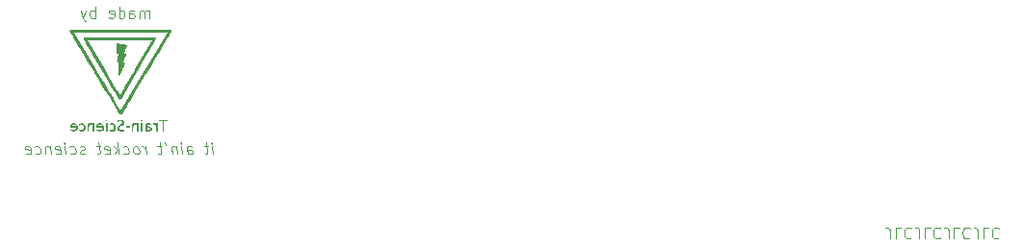
<source format=gbr>
%TF.GenerationSoftware,KiCad,Pcbnew,8.0.2*%
%TF.CreationDate,2024-11-13T23:04:45+01:00*%
%TF.ProjectId,megabiels,6d656761-6269-4656-9c73-2e6b69636164,rev?*%
%TF.SameCoordinates,Original*%
%TF.FileFunction,Legend,Bot*%
%TF.FilePolarity,Positive*%
%FSLAX46Y46*%
G04 Gerber Fmt 4.6, Leading zero omitted, Abs format (unit mm)*
G04 Created by KiCad (PCBNEW 8.0.2) date 2024-11-13 23:04:45*
%MOMM*%
%LPD*%
G01*
G04 APERTURE LIST*
%ADD10C,0.100000*%
%ADD11C,0.000000*%
%ADD12C,6.400000*%
G04 APERTURE END LIST*
D10*
X110602068Y-97672419D02*
X110518734Y-97005752D01*
X110477068Y-96672419D02*
X110530639Y-96720038D01*
X110530639Y-96720038D02*
X110488972Y-96767657D01*
X110488972Y-96767657D02*
X110435401Y-96720038D01*
X110435401Y-96720038D02*
X110477068Y-96672419D01*
X110477068Y-96672419D02*
X110488972Y-96767657D01*
X110185401Y-97005752D02*
X109804449Y-97005752D01*
X110000878Y-96672419D02*
X110108021Y-97529561D01*
X110108021Y-97529561D02*
X110072306Y-97624800D01*
X110072306Y-97624800D02*
X109983021Y-97672419D01*
X109983021Y-97672419D02*
X109887782Y-97672419D01*
X108363972Y-97672419D02*
X108298496Y-97148609D01*
X108298496Y-97148609D02*
X108334210Y-97053371D01*
X108334210Y-97053371D02*
X108423496Y-97005752D01*
X108423496Y-97005752D02*
X108613972Y-97005752D01*
X108613972Y-97005752D02*
X108715163Y-97053371D01*
X108358020Y-97624800D02*
X108459210Y-97672419D01*
X108459210Y-97672419D02*
X108697306Y-97672419D01*
X108697306Y-97672419D02*
X108786591Y-97624800D01*
X108786591Y-97624800D02*
X108822306Y-97529561D01*
X108822306Y-97529561D02*
X108810401Y-97434323D01*
X108810401Y-97434323D02*
X108750877Y-97339085D01*
X108750877Y-97339085D02*
X108649687Y-97291466D01*
X108649687Y-97291466D02*
X108411591Y-97291466D01*
X108411591Y-97291466D02*
X108310401Y-97243847D01*
X107887782Y-97672419D02*
X107804448Y-97005752D01*
X107762782Y-96672419D02*
X107816353Y-96720038D01*
X107816353Y-96720038D02*
X107774686Y-96767657D01*
X107774686Y-96767657D02*
X107721115Y-96720038D01*
X107721115Y-96720038D02*
X107762782Y-96672419D01*
X107762782Y-96672419D02*
X107774686Y-96767657D01*
X107328258Y-97005752D02*
X107411592Y-97672419D01*
X107340163Y-97100990D02*
X107286592Y-97053371D01*
X107286592Y-97053371D02*
X107185401Y-97005752D01*
X107185401Y-97005752D02*
X107042544Y-97005752D01*
X107042544Y-97005752D02*
X106953258Y-97053371D01*
X106953258Y-97053371D02*
X106917544Y-97148609D01*
X106917544Y-97148609D02*
X106983020Y-97672419D01*
X106334211Y-96672419D02*
X106453258Y-96862895D01*
X106090163Y-97005752D02*
X105709211Y-97005752D01*
X105905640Y-96672419D02*
X106012783Y-97529561D01*
X106012783Y-97529561D02*
X105977068Y-97624800D01*
X105977068Y-97624800D02*
X105887783Y-97672419D01*
X105887783Y-97672419D02*
X105792544Y-97672419D01*
X104697306Y-97672419D02*
X104613972Y-97005752D01*
X104637782Y-97196228D02*
X104578258Y-97100990D01*
X104578258Y-97100990D02*
X104524687Y-97053371D01*
X104524687Y-97053371D02*
X104423496Y-97005752D01*
X104423496Y-97005752D02*
X104328258Y-97005752D01*
X103935401Y-97672419D02*
X104024686Y-97624800D01*
X104024686Y-97624800D02*
X104066353Y-97577180D01*
X104066353Y-97577180D02*
X104102067Y-97481942D01*
X104102067Y-97481942D02*
X104066353Y-97196228D01*
X104066353Y-97196228D02*
X104006829Y-97100990D01*
X104006829Y-97100990D02*
X103953258Y-97053371D01*
X103953258Y-97053371D02*
X103852067Y-97005752D01*
X103852067Y-97005752D02*
X103709210Y-97005752D01*
X103709210Y-97005752D02*
X103619924Y-97053371D01*
X103619924Y-97053371D02*
X103578258Y-97100990D01*
X103578258Y-97100990D02*
X103542543Y-97196228D01*
X103542543Y-97196228D02*
X103578258Y-97481942D01*
X103578258Y-97481942D02*
X103637781Y-97577180D01*
X103637781Y-97577180D02*
X103691353Y-97624800D01*
X103691353Y-97624800D02*
X103792543Y-97672419D01*
X103792543Y-97672419D02*
X103935401Y-97672419D01*
X102738972Y-97624800D02*
X102840162Y-97672419D01*
X102840162Y-97672419D02*
X103030639Y-97672419D01*
X103030639Y-97672419D02*
X103119924Y-97624800D01*
X103119924Y-97624800D02*
X103161591Y-97577180D01*
X103161591Y-97577180D02*
X103197305Y-97481942D01*
X103197305Y-97481942D02*
X103161591Y-97196228D01*
X103161591Y-97196228D02*
X103102067Y-97100990D01*
X103102067Y-97100990D02*
X103048496Y-97053371D01*
X103048496Y-97053371D02*
X102947305Y-97005752D01*
X102947305Y-97005752D02*
X102756829Y-97005752D01*
X102756829Y-97005752D02*
X102667543Y-97053371D01*
X102316353Y-97672419D02*
X102191353Y-96672419D01*
X102173496Y-97291466D02*
X101935400Y-97672419D01*
X101852067Y-97005752D02*
X102280638Y-97386704D01*
X101119924Y-97624800D02*
X101221114Y-97672419D01*
X101221114Y-97672419D02*
X101411591Y-97672419D01*
X101411591Y-97672419D02*
X101500876Y-97624800D01*
X101500876Y-97624800D02*
X101536591Y-97529561D01*
X101536591Y-97529561D02*
X101488972Y-97148609D01*
X101488972Y-97148609D02*
X101429448Y-97053371D01*
X101429448Y-97053371D02*
X101328257Y-97005752D01*
X101328257Y-97005752D02*
X101137781Y-97005752D01*
X101137781Y-97005752D02*
X101048495Y-97053371D01*
X101048495Y-97053371D02*
X101012781Y-97148609D01*
X101012781Y-97148609D02*
X101024686Y-97243847D01*
X101024686Y-97243847D02*
X101512781Y-97339085D01*
X100709209Y-97005752D02*
X100328257Y-97005752D01*
X100524686Y-96672419D02*
X100631829Y-97529561D01*
X100631829Y-97529561D02*
X100596114Y-97624800D01*
X100596114Y-97624800D02*
X100506829Y-97672419D01*
X100506829Y-97672419D02*
X100411590Y-97672419D01*
X99358018Y-97624800D02*
X99268733Y-97672419D01*
X99268733Y-97672419D02*
X99078256Y-97672419D01*
X99078256Y-97672419D02*
X98977066Y-97624800D01*
X98977066Y-97624800D02*
X98917542Y-97529561D01*
X98917542Y-97529561D02*
X98911590Y-97481942D01*
X98911590Y-97481942D02*
X98947304Y-97386704D01*
X98947304Y-97386704D02*
X99036590Y-97339085D01*
X99036590Y-97339085D02*
X99179447Y-97339085D01*
X99179447Y-97339085D02*
X99268733Y-97291466D01*
X99268733Y-97291466D02*
X99304447Y-97196228D01*
X99304447Y-97196228D02*
X99298495Y-97148609D01*
X99298495Y-97148609D02*
X99238971Y-97053371D01*
X99238971Y-97053371D02*
X99137780Y-97005752D01*
X99137780Y-97005752D02*
X98994923Y-97005752D01*
X98994923Y-97005752D02*
X98905637Y-97053371D01*
X98072304Y-97624800D02*
X98173494Y-97672419D01*
X98173494Y-97672419D02*
X98363971Y-97672419D01*
X98363971Y-97672419D02*
X98453256Y-97624800D01*
X98453256Y-97624800D02*
X98494923Y-97577180D01*
X98494923Y-97577180D02*
X98530637Y-97481942D01*
X98530637Y-97481942D02*
X98494923Y-97196228D01*
X98494923Y-97196228D02*
X98435399Y-97100990D01*
X98435399Y-97100990D02*
X98381828Y-97053371D01*
X98381828Y-97053371D02*
X98280637Y-97005752D01*
X98280637Y-97005752D02*
X98090161Y-97005752D01*
X98090161Y-97005752D02*
X98000875Y-97053371D01*
X97649685Y-97672419D02*
X97566351Y-97005752D01*
X97524685Y-96672419D02*
X97578256Y-96720038D01*
X97578256Y-96720038D02*
X97536589Y-96767657D01*
X97536589Y-96767657D02*
X97483018Y-96720038D01*
X97483018Y-96720038D02*
X97524685Y-96672419D01*
X97524685Y-96672419D02*
X97536589Y-96767657D01*
X96786590Y-97624800D02*
X96887780Y-97672419D01*
X96887780Y-97672419D02*
X97078257Y-97672419D01*
X97078257Y-97672419D02*
X97167542Y-97624800D01*
X97167542Y-97624800D02*
X97203257Y-97529561D01*
X97203257Y-97529561D02*
X97155638Y-97148609D01*
X97155638Y-97148609D02*
X97096114Y-97053371D01*
X97096114Y-97053371D02*
X96994923Y-97005752D01*
X96994923Y-97005752D02*
X96804447Y-97005752D01*
X96804447Y-97005752D02*
X96715161Y-97053371D01*
X96715161Y-97053371D02*
X96679447Y-97148609D01*
X96679447Y-97148609D02*
X96691352Y-97243847D01*
X96691352Y-97243847D02*
X97179447Y-97339085D01*
X96233018Y-97005752D02*
X96316352Y-97672419D01*
X96244923Y-97100990D02*
X96191352Y-97053371D01*
X96191352Y-97053371D02*
X96090161Y-97005752D01*
X96090161Y-97005752D02*
X95947304Y-97005752D01*
X95947304Y-97005752D02*
X95858018Y-97053371D01*
X95858018Y-97053371D02*
X95822304Y-97148609D01*
X95822304Y-97148609D02*
X95887780Y-97672419D01*
X94977066Y-97624800D02*
X95078256Y-97672419D01*
X95078256Y-97672419D02*
X95268733Y-97672419D01*
X95268733Y-97672419D02*
X95358018Y-97624800D01*
X95358018Y-97624800D02*
X95399685Y-97577180D01*
X95399685Y-97577180D02*
X95435399Y-97481942D01*
X95435399Y-97481942D02*
X95399685Y-97196228D01*
X95399685Y-97196228D02*
X95340161Y-97100990D01*
X95340161Y-97100990D02*
X95286590Y-97053371D01*
X95286590Y-97053371D02*
X95185399Y-97005752D01*
X95185399Y-97005752D02*
X94994923Y-97005752D01*
X94994923Y-97005752D02*
X94905637Y-97053371D01*
X94167542Y-97624800D02*
X94268732Y-97672419D01*
X94268732Y-97672419D02*
X94459209Y-97672419D01*
X94459209Y-97672419D02*
X94548494Y-97624800D01*
X94548494Y-97624800D02*
X94584209Y-97529561D01*
X94584209Y-97529561D02*
X94536590Y-97148609D01*
X94536590Y-97148609D02*
X94477066Y-97053371D01*
X94477066Y-97053371D02*
X94375875Y-97005752D01*
X94375875Y-97005752D02*
X94185399Y-97005752D01*
X94185399Y-97005752D02*
X94096113Y-97053371D01*
X94096113Y-97053371D02*
X94060399Y-97148609D01*
X94060399Y-97148609D02*
X94072304Y-97243847D01*
X94072304Y-97243847D02*
X94560399Y-97339085D01*
X104996115Y-85672419D02*
X104996115Y-85005752D01*
X104996115Y-85100990D02*
X104948496Y-85053371D01*
X104948496Y-85053371D02*
X104853258Y-85005752D01*
X104853258Y-85005752D02*
X104710401Y-85005752D01*
X104710401Y-85005752D02*
X104615163Y-85053371D01*
X104615163Y-85053371D02*
X104567544Y-85148609D01*
X104567544Y-85148609D02*
X104567544Y-85672419D01*
X104567544Y-85148609D02*
X104519925Y-85053371D01*
X104519925Y-85053371D02*
X104424687Y-85005752D01*
X104424687Y-85005752D02*
X104281830Y-85005752D01*
X104281830Y-85005752D02*
X104186591Y-85053371D01*
X104186591Y-85053371D02*
X104138972Y-85148609D01*
X104138972Y-85148609D02*
X104138972Y-85672419D01*
X103234211Y-85672419D02*
X103234211Y-85148609D01*
X103234211Y-85148609D02*
X103281830Y-85053371D01*
X103281830Y-85053371D02*
X103377068Y-85005752D01*
X103377068Y-85005752D02*
X103567544Y-85005752D01*
X103567544Y-85005752D02*
X103662782Y-85053371D01*
X103234211Y-85624800D02*
X103329449Y-85672419D01*
X103329449Y-85672419D02*
X103567544Y-85672419D01*
X103567544Y-85672419D02*
X103662782Y-85624800D01*
X103662782Y-85624800D02*
X103710401Y-85529561D01*
X103710401Y-85529561D02*
X103710401Y-85434323D01*
X103710401Y-85434323D02*
X103662782Y-85339085D01*
X103662782Y-85339085D02*
X103567544Y-85291466D01*
X103567544Y-85291466D02*
X103329449Y-85291466D01*
X103329449Y-85291466D02*
X103234211Y-85243847D01*
X102329449Y-85672419D02*
X102329449Y-84672419D01*
X102329449Y-85624800D02*
X102424687Y-85672419D01*
X102424687Y-85672419D02*
X102615163Y-85672419D01*
X102615163Y-85672419D02*
X102710401Y-85624800D01*
X102710401Y-85624800D02*
X102758020Y-85577180D01*
X102758020Y-85577180D02*
X102805639Y-85481942D01*
X102805639Y-85481942D02*
X102805639Y-85196228D01*
X102805639Y-85196228D02*
X102758020Y-85100990D01*
X102758020Y-85100990D02*
X102710401Y-85053371D01*
X102710401Y-85053371D02*
X102615163Y-85005752D01*
X102615163Y-85005752D02*
X102424687Y-85005752D01*
X102424687Y-85005752D02*
X102329449Y-85053371D01*
X101472306Y-85624800D02*
X101567544Y-85672419D01*
X101567544Y-85672419D02*
X101758020Y-85672419D01*
X101758020Y-85672419D02*
X101853258Y-85624800D01*
X101853258Y-85624800D02*
X101900877Y-85529561D01*
X101900877Y-85529561D02*
X101900877Y-85148609D01*
X101900877Y-85148609D02*
X101853258Y-85053371D01*
X101853258Y-85053371D02*
X101758020Y-85005752D01*
X101758020Y-85005752D02*
X101567544Y-85005752D01*
X101567544Y-85005752D02*
X101472306Y-85053371D01*
X101472306Y-85053371D02*
X101424687Y-85148609D01*
X101424687Y-85148609D02*
X101424687Y-85243847D01*
X101424687Y-85243847D02*
X101900877Y-85339085D01*
X100234210Y-85672419D02*
X100234210Y-84672419D01*
X100234210Y-85053371D02*
X100138972Y-85005752D01*
X100138972Y-85005752D02*
X99948496Y-85005752D01*
X99948496Y-85005752D02*
X99853258Y-85053371D01*
X99853258Y-85053371D02*
X99805639Y-85100990D01*
X99805639Y-85100990D02*
X99758020Y-85196228D01*
X99758020Y-85196228D02*
X99758020Y-85481942D01*
X99758020Y-85481942D02*
X99805639Y-85577180D01*
X99805639Y-85577180D02*
X99853258Y-85624800D01*
X99853258Y-85624800D02*
X99948496Y-85672419D01*
X99948496Y-85672419D02*
X100138972Y-85672419D01*
X100138972Y-85672419D02*
X100234210Y-85624800D01*
X99424686Y-85005752D02*
X99186591Y-85672419D01*
X98948496Y-85005752D02*
X99186591Y-85672419D01*
X99186591Y-85672419D02*
X99281829Y-85910514D01*
X99281829Y-85910514D02*
X99329448Y-85958133D01*
X99329448Y-85958133D02*
X99424686Y-86005752D01*
X170089598Y-105127580D02*
X170089598Y-104413295D01*
X170089598Y-104413295D02*
X170041979Y-104270438D01*
X170041979Y-104270438D02*
X169946741Y-104175200D01*
X169946741Y-104175200D02*
X169803884Y-104127580D01*
X169803884Y-104127580D02*
X169708646Y-104127580D01*
X171041979Y-104127580D02*
X170565789Y-104127580D01*
X170565789Y-104127580D02*
X170565789Y-105127580D01*
X171946741Y-104222819D02*
X171899122Y-104175200D01*
X171899122Y-104175200D02*
X171756265Y-104127580D01*
X171756265Y-104127580D02*
X171661027Y-104127580D01*
X171661027Y-104127580D02*
X171518170Y-104175200D01*
X171518170Y-104175200D02*
X171422932Y-104270438D01*
X171422932Y-104270438D02*
X171375313Y-104365676D01*
X171375313Y-104365676D02*
X171327694Y-104556152D01*
X171327694Y-104556152D02*
X171327694Y-104699009D01*
X171327694Y-104699009D02*
X171375313Y-104889485D01*
X171375313Y-104889485D02*
X171422932Y-104984723D01*
X171422932Y-104984723D02*
X171518170Y-105079961D01*
X171518170Y-105079961D02*
X171661027Y-105127580D01*
X171661027Y-105127580D02*
X171756265Y-105127580D01*
X171756265Y-105127580D02*
X171899122Y-105079961D01*
X171899122Y-105079961D02*
X171946741Y-105032342D01*
X172661027Y-105127580D02*
X172661027Y-104413295D01*
X172661027Y-104413295D02*
X172613408Y-104270438D01*
X172613408Y-104270438D02*
X172518170Y-104175200D01*
X172518170Y-104175200D02*
X172375313Y-104127580D01*
X172375313Y-104127580D02*
X172280075Y-104127580D01*
X173613408Y-104127580D02*
X173137218Y-104127580D01*
X173137218Y-104127580D02*
X173137218Y-105127580D01*
X174518170Y-104222819D02*
X174470551Y-104175200D01*
X174470551Y-104175200D02*
X174327694Y-104127580D01*
X174327694Y-104127580D02*
X174232456Y-104127580D01*
X174232456Y-104127580D02*
X174089599Y-104175200D01*
X174089599Y-104175200D02*
X173994361Y-104270438D01*
X173994361Y-104270438D02*
X173946742Y-104365676D01*
X173946742Y-104365676D02*
X173899123Y-104556152D01*
X173899123Y-104556152D02*
X173899123Y-104699009D01*
X173899123Y-104699009D02*
X173946742Y-104889485D01*
X173946742Y-104889485D02*
X173994361Y-104984723D01*
X173994361Y-104984723D02*
X174089599Y-105079961D01*
X174089599Y-105079961D02*
X174232456Y-105127580D01*
X174232456Y-105127580D02*
X174327694Y-105127580D01*
X174327694Y-105127580D02*
X174470551Y-105079961D01*
X174470551Y-105079961D02*
X174518170Y-105032342D01*
X175232456Y-105127580D02*
X175232456Y-104413295D01*
X175232456Y-104413295D02*
X175184837Y-104270438D01*
X175184837Y-104270438D02*
X175089599Y-104175200D01*
X175089599Y-104175200D02*
X174946742Y-104127580D01*
X174946742Y-104127580D02*
X174851504Y-104127580D01*
X176184837Y-104127580D02*
X175708647Y-104127580D01*
X175708647Y-104127580D02*
X175708647Y-105127580D01*
X177089599Y-104222819D02*
X177041980Y-104175200D01*
X177041980Y-104175200D02*
X176899123Y-104127580D01*
X176899123Y-104127580D02*
X176803885Y-104127580D01*
X176803885Y-104127580D02*
X176661028Y-104175200D01*
X176661028Y-104175200D02*
X176565790Y-104270438D01*
X176565790Y-104270438D02*
X176518171Y-104365676D01*
X176518171Y-104365676D02*
X176470552Y-104556152D01*
X176470552Y-104556152D02*
X176470552Y-104699009D01*
X176470552Y-104699009D02*
X176518171Y-104889485D01*
X176518171Y-104889485D02*
X176565790Y-104984723D01*
X176565790Y-104984723D02*
X176661028Y-105079961D01*
X176661028Y-105079961D02*
X176803885Y-105127580D01*
X176803885Y-105127580D02*
X176899123Y-105127580D01*
X176899123Y-105127580D02*
X177041980Y-105079961D01*
X177041980Y-105079961D02*
X177089599Y-105032342D01*
X177803885Y-105127580D02*
X177803885Y-104413295D01*
X177803885Y-104413295D02*
X177756266Y-104270438D01*
X177756266Y-104270438D02*
X177661028Y-104175200D01*
X177661028Y-104175200D02*
X177518171Y-104127580D01*
X177518171Y-104127580D02*
X177422933Y-104127580D01*
X178756266Y-104127580D02*
X178280076Y-104127580D01*
X178280076Y-104127580D02*
X178280076Y-105127580D01*
X179661028Y-104222819D02*
X179613409Y-104175200D01*
X179613409Y-104175200D02*
X179470552Y-104127580D01*
X179470552Y-104127580D02*
X179375314Y-104127580D01*
X179375314Y-104127580D02*
X179232457Y-104175200D01*
X179232457Y-104175200D02*
X179137219Y-104270438D01*
X179137219Y-104270438D02*
X179089600Y-104365676D01*
X179089600Y-104365676D02*
X179041981Y-104556152D01*
X179041981Y-104556152D02*
X179041981Y-104699009D01*
X179041981Y-104699009D02*
X179089600Y-104889485D01*
X179089600Y-104889485D02*
X179137219Y-104984723D01*
X179137219Y-104984723D02*
X179232457Y-105079961D01*
X179232457Y-105079961D02*
X179375314Y-105127580D01*
X179375314Y-105127580D02*
X179470552Y-105127580D01*
X179470552Y-105127580D02*
X179613409Y-105079961D01*
X179613409Y-105079961D02*
X179661028Y-105032342D01*
D11*
%TO.C,G\u002A\u002A\u002A*%
G36*
X104025943Y-94938988D02*
G01*
X104049392Y-94949787D01*
X104063621Y-94981124D01*
X104070933Y-95043962D01*
X104073630Y-95149262D01*
X104074018Y-95307985D01*
X104074018Y-95678200D01*
X103993536Y-95678200D01*
X103960209Y-95676724D01*
X103933355Y-95663601D01*
X103919311Y-95625642D01*
X103913927Y-95549664D01*
X103913054Y-95422485D01*
X103912958Y-95383304D01*
X103909770Y-95266262D01*
X103899291Y-95193461D01*
X103877783Y-95148920D01*
X103841506Y-95116654D01*
X103824149Y-95105399D01*
X103734620Y-95071399D01*
X103656725Y-95075444D01*
X103610669Y-95117462D01*
X103608712Y-95123840D01*
X103599781Y-95189366D01*
X103593501Y-95295739D01*
X103591128Y-95423292D01*
X103590674Y-95528007D01*
X103586568Y-95613522D01*
X103574641Y-95658257D01*
X103550723Y-95675415D01*
X103510646Y-95678200D01*
X103505476Y-95678194D01*
X103468976Y-95674987D01*
X103446716Y-95657328D01*
X103435174Y-95612734D01*
X103430830Y-95528722D01*
X103430165Y-95392808D01*
X103436075Y-95228568D01*
X103460135Y-95090150D01*
X103506639Y-95000519D01*
X103579743Y-94952213D01*
X103683604Y-94937769D01*
X103698048Y-94938050D01*
X103787205Y-94951219D01*
X103846255Y-94978010D01*
X103882168Y-95002107D01*
X103903665Y-94978010D01*
X103930750Y-94952507D01*
X103996219Y-94937769D01*
X104025943Y-94938988D01*
G37*
G36*
X103202697Y-95206845D02*
G01*
X103273403Y-95233919D01*
X103301394Y-95276406D01*
X103299883Y-95286965D01*
X103274379Y-95309353D01*
X103208268Y-95320841D01*
X103089781Y-95324081D01*
X102990351Y-95322672D01*
X102920453Y-95315260D01*
X102890951Y-95298166D01*
X102888845Y-95267744D01*
X102890713Y-95261014D01*
X102933283Y-95222266D01*
X103012737Y-95200600D01*
X103109175Y-95195599D01*
X103202697Y-95206845D01*
G37*
G36*
X101300562Y-94678361D02*
G01*
X101331833Y-94736565D01*
X101333714Y-94753786D01*
X101320546Y-94797959D01*
X101261300Y-94808999D01*
X101207002Y-94803300D01*
X101158463Y-94767248D01*
X101164576Y-94697528D01*
X101188557Y-94665565D01*
X101244317Y-94652714D01*
X101300562Y-94678361D01*
G37*
G36*
X104391057Y-94678361D02*
G01*
X104422328Y-94736565D01*
X104424208Y-94753786D01*
X104411040Y-94797959D01*
X104351794Y-94808999D01*
X104297497Y-94803300D01*
X104248957Y-94767248D01*
X104255070Y-94697528D01*
X104279051Y-94665565D01*
X104334811Y-94652714D01*
X104391057Y-94678361D01*
G37*
G36*
X98685062Y-95208000D02*
G01*
X98689043Y-95379890D01*
X98684990Y-95410586D01*
X98651673Y-95523779D01*
X98586543Y-95604705D01*
X98573593Y-95614820D01*
X98485060Y-95655354D01*
X98374826Y-95675154D01*
X98259745Y-95675338D01*
X98156676Y-95657024D01*
X98082473Y-95621331D01*
X98053992Y-95569376D01*
X98054595Y-95562067D01*
X98074625Y-95540300D01*
X98132476Y-95533706D01*
X98240940Y-95540295D01*
X98316509Y-95544072D01*
X98440577Y-95527168D01*
X98513215Y-95474960D01*
X98536882Y-95386167D01*
X98536110Y-95371882D01*
X98523383Y-95346313D01*
X98484931Y-95331892D01*
X98407877Y-95325517D01*
X98279341Y-95324081D01*
X98021800Y-95324081D01*
X98021800Y-95225027D01*
X98033096Y-95169557D01*
X98182763Y-95169557D01*
X98198534Y-95180152D01*
X98262846Y-95191076D01*
X98359822Y-95195311D01*
X98432663Y-95193017D01*
X98507767Y-95183662D01*
X98536882Y-95169557D01*
X98519398Y-95126073D01*
X98454491Y-95083306D01*
X98359822Y-95066540D01*
X98285085Y-95076712D01*
X98211579Y-95114477D01*
X98182763Y-95169557D01*
X98033096Y-95169557D01*
X98039427Y-95138471D01*
X98106589Y-95037669D01*
X98208043Y-94965419D01*
X98326752Y-94937769D01*
X98391651Y-94941482D01*
X98533413Y-94985192D01*
X98632201Y-95075233D01*
X98669756Y-95169557D01*
X98685062Y-95208000D01*
G37*
G36*
X102265584Y-87910055D02*
G01*
X102372767Y-87932861D01*
X102473350Y-87956620D01*
X102590498Y-87982490D01*
X102673637Y-87998793D01*
X102795236Y-88020750D01*
X102933330Y-88053223D01*
X103020583Y-88086145D01*
X103051770Y-88106406D01*
X103059596Y-88139893D01*
X103030486Y-88203058D01*
X103000421Y-88262127D01*
X102954304Y-88358113D01*
X102900888Y-88472502D01*
X102847168Y-88589987D01*
X102800137Y-88695260D01*
X102766789Y-88773014D01*
X102754119Y-88807939D01*
X102763380Y-88815074D01*
X102812351Y-88821166D01*
X102852176Y-88827492D01*
X102925165Y-88861407D01*
X102940994Y-88873772D01*
X102961542Y-88903801D01*
X102953917Y-88949076D01*
X102917132Y-89030418D01*
X102877393Y-89114681D01*
X102828778Y-89221347D01*
X102778601Y-89333885D01*
X102733966Y-89436197D01*
X102701976Y-89512185D01*
X102689734Y-89545752D01*
X102702087Y-89553883D01*
X102753957Y-89570882D01*
X102770712Y-89575961D01*
X102819591Y-89609444D01*
X102832862Y-89669132D01*
X102810483Y-89764145D01*
X102752412Y-89903598D01*
X102693724Y-90031375D01*
X102635959Y-90157942D01*
X102592615Y-90253739D01*
X102551819Y-90344386D01*
X102494889Y-90470417D01*
X102436281Y-90599810D01*
X102387947Y-90699317D01*
X102331388Y-90789226D01*
X102289957Y-90816590D01*
X102263601Y-90781388D01*
X102252268Y-90683598D01*
X102255906Y-90523196D01*
X102259886Y-90453403D01*
X102268180Y-90304500D01*
X102277639Y-90131671D01*
X102286896Y-89959771D01*
X102306005Y-89601418D01*
X102221617Y-89580238D01*
X102216672Y-89578961D01*
X102176504Y-89561997D01*
X102155203Y-89529791D01*
X102151919Y-89470527D01*
X102165804Y-89372393D01*
X102196010Y-89223574D01*
X102200827Y-89200954D01*
X102230958Y-89049284D01*
X102244833Y-88946164D01*
X102242154Y-88879271D01*
X102222626Y-88836286D01*
X102185953Y-88804888D01*
X102183111Y-88803021D01*
X102153176Y-88780265D01*
X102133207Y-88751066D01*
X102121580Y-88703841D01*
X102116670Y-88627007D01*
X102116853Y-88508980D01*
X102120506Y-88338178D01*
X102121185Y-88311545D01*
X102126677Y-88157056D01*
X102133793Y-88028829D01*
X102141688Y-87939569D01*
X102149518Y-87901982D01*
X102184913Y-87899110D01*
X102265584Y-87910055D01*
G37*
G36*
X101002933Y-95208000D02*
G01*
X101006913Y-95379890D01*
X101002861Y-95410586D01*
X100969544Y-95523779D01*
X100904414Y-95604705D01*
X100891464Y-95614820D01*
X100802931Y-95655354D01*
X100692696Y-95675154D01*
X100577616Y-95675338D01*
X100474546Y-95657024D01*
X100400343Y-95621331D01*
X100371863Y-95569376D01*
X100372465Y-95562067D01*
X100392496Y-95540300D01*
X100450347Y-95533706D01*
X100558811Y-95540295D01*
X100634380Y-95544072D01*
X100758448Y-95527168D01*
X100831086Y-95474960D01*
X100854753Y-95386167D01*
X100853980Y-95371882D01*
X100841254Y-95346313D01*
X100802802Y-95331892D01*
X100725747Y-95325517D01*
X100597212Y-95324081D01*
X100339670Y-95324081D01*
X100339670Y-95225027D01*
X100350967Y-95169557D01*
X100500634Y-95169557D01*
X100516405Y-95180152D01*
X100580717Y-95191076D01*
X100677693Y-95195311D01*
X100750534Y-95193017D01*
X100825637Y-95183662D01*
X100854753Y-95169557D01*
X100837269Y-95126073D01*
X100772361Y-95083306D01*
X100677693Y-95066540D01*
X100602956Y-95076712D01*
X100529450Y-95114477D01*
X100500634Y-95169557D01*
X100350967Y-95169557D01*
X100357298Y-95138471D01*
X100424460Y-95037669D01*
X100525914Y-94965419D01*
X100644623Y-94937769D01*
X100709522Y-94941482D01*
X100851284Y-94985192D01*
X100950072Y-95075233D01*
X100987627Y-95169557D01*
X101002933Y-95208000D01*
G37*
G36*
X104428137Y-95678200D02*
G01*
X104267174Y-95678200D01*
X104267174Y-94937769D01*
X104428137Y-94937769D01*
X104428137Y-95678200D01*
G37*
G36*
X102555545Y-94659551D02*
G01*
X102675050Y-94709279D01*
X102753625Y-94788715D01*
X102785703Y-94887357D01*
X102765715Y-94994707D01*
X102688095Y-95100264D01*
X102669912Y-95116568D01*
X102588092Y-95177866D01*
X102519083Y-95213566D01*
X102489151Y-95224271D01*
X102397182Y-95283964D01*
X102344659Y-95362595D01*
X102338147Y-95445370D01*
X102384212Y-95517493D01*
X102394171Y-95524264D01*
X102475009Y-95542002D01*
X102597064Y-95533359D01*
X102746071Y-95499064D01*
X102794108Y-95495068D01*
X102819312Y-95522510D01*
X102803630Y-95572052D01*
X102746956Y-95628086D01*
X102674362Y-95659597D01*
X102550995Y-95676193D01*
X102418443Y-95666535D01*
X102304505Y-95630471D01*
X102235918Y-95575535D01*
X102176175Y-95473564D01*
X102157510Y-95371135D01*
X102183286Y-95271193D01*
X102263892Y-95182305D01*
X102404028Y-95096699D01*
X102481544Y-95053443D01*
X102580966Y-94973245D01*
X102618040Y-94896183D01*
X102591874Y-94823550D01*
X102589325Y-94820703D01*
X102530866Y-94790818D01*
X102447363Y-94777888D01*
X102367389Y-94783439D01*
X102319518Y-94808999D01*
X102278666Y-94839789D01*
X102229818Y-94828914D01*
X102206844Y-94777939D01*
X102206846Y-94777335D01*
X102236524Y-94708240D01*
X102319550Y-94663771D01*
X102448289Y-94648036D01*
X102555545Y-94659551D01*
G37*
G36*
X106313250Y-94648161D02*
G01*
X106451928Y-94649892D01*
X106540901Y-94654863D01*
X106590335Y-94664589D01*
X106610399Y-94680588D01*
X106611260Y-94704373D01*
X106598923Y-94731105D01*
X106548526Y-94757408D01*
X106447936Y-94770522D01*
X106295310Y-94780334D01*
X106295310Y-95678200D01*
X106134347Y-95678200D01*
X106134347Y-94776806D01*
X105989480Y-94776806D01*
X105979073Y-94776782D01*
X105893451Y-94771683D01*
X105854092Y-94752657D01*
X105844613Y-94712421D01*
X105846076Y-94693024D01*
X105858582Y-94672129D01*
X105892918Y-94658945D01*
X105959722Y-94651709D01*
X106069632Y-94648660D01*
X106233286Y-94648036D01*
X106313250Y-94648161D01*
G37*
G36*
X101337643Y-95678200D02*
G01*
X101176679Y-95678200D01*
X101176679Y-94937769D01*
X101337643Y-94937769D01*
X101337643Y-95678200D01*
G37*
G36*
X105748035Y-95678200D02*
G01*
X105667554Y-95678200D01*
X105642154Y-95677549D01*
X105610963Y-95667539D01*
X105594538Y-95634440D01*
X105588151Y-95564488D01*
X105587072Y-95443919D01*
X105586820Y-95411100D01*
X105574100Y-95250385D01*
X105539695Y-95143818D01*
X105480170Y-95084752D01*
X105392091Y-95066540D01*
X105370283Y-95066013D01*
X105312873Y-95049633D01*
X105297338Y-95002155D01*
X105304379Y-94974259D01*
X105352967Y-94941074D01*
X105432476Y-94939196D01*
X105524803Y-94971095D01*
X105567366Y-94987977D01*
X105587072Y-94971095D01*
X105607060Y-94949174D01*
X105667554Y-94937769D01*
X105748035Y-94937769D01*
X105748035Y-95678200D01*
G37*
G36*
X101839433Y-94952527D02*
G01*
X101943064Y-95013042D01*
X102008751Y-95123108D01*
X102039202Y-95285733D01*
X102044713Y-95394215D01*
X102037230Y-95466703D01*
X102009720Y-95520957D01*
X101955554Y-95580323D01*
X101921466Y-95612169D01*
X101835060Y-95664144D01*
X101729997Y-95678200D01*
X101628725Y-95664981D01*
X101537321Y-95624764D01*
X101482367Y-95567108D01*
X101477812Y-95501773D01*
X101489442Y-95474932D01*
X101512874Y-95462129D01*
X101558149Y-95496759D01*
X101559132Y-95497642D01*
X101648829Y-95541772D01*
X101750351Y-95542246D01*
X101834329Y-95498841D01*
X101837808Y-95495116D01*
X101872068Y-95419813D01*
X101884918Y-95307985D01*
X101884829Y-95298249D01*
X101870026Y-95188454D01*
X101834329Y-95117129D01*
X101833452Y-95116260D01*
X101749046Y-95073442D01*
X101647489Y-95074500D01*
X101558149Y-95119211D01*
X101529791Y-95143557D01*
X101499095Y-95152981D01*
X101477812Y-95114197D01*
X101479199Y-95056548D01*
X101528885Y-94997368D01*
X101615844Y-94954371D01*
X101725726Y-94937769D01*
X101839433Y-94952527D01*
G37*
G36*
X99167443Y-94952527D02*
G01*
X99271074Y-95013042D01*
X99336761Y-95123108D01*
X99367213Y-95285733D01*
X99372723Y-95394215D01*
X99365240Y-95466703D01*
X99337730Y-95520957D01*
X99283565Y-95580323D01*
X99249476Y-95612169D01*
X99163070Y-95664144D01*
X99058007Y-95678200D01*
X98956735Y-95664981D01*
X98865331Y-95624764D01*
X98810377Y-95567108D01*
X98805822Y-95501773D01*
X98817453Y-95474932D01*
X98840884Y-95462129D01*
X98886159Y-95496759D01*
X98887143Y-95497642D01*
X98976839Y-95541772D01*
X99078361Y-95542246D01*
X99162339Y-95498841D01*
X99172905Y-95486043D01*
X99203926Y-95403032D01*
X99212505Y-95294878D01*
X99198643Y-95190078D01*
X99162339Y-95117129D01*
X99161462Y-95116260D01*
X99077057Y-95073442D01*
X98975499Y-95074500D01*
X98886159Y-95119211D01*
X98857801Y-95143557D01*
X98827105Y-95152981D01*
X98805822Y-95114197D01*
X98807209Y-95056548D01*
X98856895Y-94997368D01*
X98943854Y-94954371D01*
X99053736Y-94937769D01*
X99167443Y-94952527D01*
G37*
G36*
X100130632Y-94938988D02*
G01*
X100154082Y-94949787D01*
X100168311Y-94981124D01*
X100175622Y-95043962D01*
X100178320Y-95149262D01*
X100178707Y-95307985D01*
X100178707Y-95678200D01*
X100098226Y-95678200D01*
X100064899Y-95676724D01*
X100038045Y-95663601D01*
X100024001Y-95625642D01*
X100018617Y-95549664D01*
X100017744Y-95422485D01*
X100017648Y-95383304D01*
X100014459Y-95266262D01*
X100003981Y-95193461D01*
X99982472Y-95148920D01*
X99946196Y-95116654D01*
X99928838Y-95105399D01*
X99839310Y-95071399D01*
X99761414Y-95075444D01*
X99715358Y-95117462D01*
X99713401Y-95123840D01*
X99704470Y-95189366D01*
X99698190Y-95295739D01*
X99695817Y-95423292D01*
X99695363Y-95528007D01*
X99691258Y-95613522D01*
X99679330Y-95658257D01*
X99655413Y-95675415D01*
X99615336Y-95678200D01*
X99610166Y-95678194D01*
X99573666Y-95674987D01*
X99551405Y-95657328D01*
X99539863Y-95612734D01*
X99535520Y-95528722D01*
X99534854Y-95392808D01*
X99540764Y-95228568D01*
X99564825Y-95090150D01*
X99611329Y-95000519D01*
X99684433Y-94952213D01*
X99788293Y-94937769D01*
X99802737Y-94938050D01*
X99891895Y-94951219D01*
X99950944Y-94978010D01*
X99986858Y-95002107D01*
X100008354Y-94978010D01*
X100035439Y-94952507D01*
X100100908Y-94937769D01*
X100130632Y-94938988D01*
G37*
G36*
X105231800Y-95457537D02*
G01*
X105217997Y-95553657D01*
X105163052Y-95626932D01*
X105115337Y-95649617D01*
X105011055Y-95667821D01*
X104854320Y-95671021D01*
X104615488Y-95666149D01*
X104624949Y-95410009D01*
X104782256Y-95410009D01*
X104787663Y-95447033D01*
X104820887Y-95510799D01*
X104862907Y-95536034D01*
X104941587Y-95548708D01*
X105017211Y-95535887D01*
X105061178Y-95498977D01*
X105063371Y-95441434D01*
X105011613Y-95396669D01*
X104900200Y-95366989D01*
X104829399Y-95358870D01*
X104791113Y-95370273D01*
X104782256Y-95410009D01*
X104624949Y-95410009D01*
X104626439Y-95369661D01*
X104629750Y-95296881D01*
X104645189Y-95142138D01*
X104675297Y-95038404D01*
X104726525Y-94976130D01*
X104805320Y-94945768D01*
X104918132Y-94937769D01*
X104953023Y-94938364D01*
X105085633Y-94955257D01*
X105170723Y-94993209D01*
X105200760Y-95049250D01*
X105200575Y-95053278D01*
X105182746Y-95076184D01*
X105126931Y-95082973D01*
X105020538Y-95075480D01*
X104922247Y-95068689D01*
X104848450Y-95075964D01*
X104811779Y-95101951D01*
X104789171Y-95148663D01*
X104790730Y-95205832D01*
X104838593Y-95227683D01*
X104900848Y-95233723D01*
X105011053Y-95260717D01*
X105114915Y-95300608D01*
X105183578Y-95343690D01*
X105202410Y-95366887D01*
X105226579Y-95441434D01*
X105231800Y-95457537D01*
G37*
G36*
X106809319Y-87077634D02*
G01*
X106740391Y-87201603D01*
X106653544Y-87354190D01*
X106547239Y-87538043D01*
X106419940Y-87755812D01*
X106270107Y-88010146D01*
X106096204Y-88303693D01*
X105896692Y-88639103D01*
X105670035Y-89019024D01*
X105414693Y-89446106D01*
X105129130Y-89922996D01*
X104811808Y-90452344D01*
X104748249Y-90558324D01*
X104484652Y-90997804D01*
X104230181Y-91421988D01*
X103986834Y-91827547D01*
X103756611Y-92211155D01*
X103541509Y-92569484D01*
X103343527Y-92899208D01*
X103164662Y-93197000D01*
X103006914Y-93459531D01*
X102872280Y-93683476D01*
X102762758Y-93865508D01*
X102680348Y-94002298D01*
X102627047Y-94090521D01*
X102604854Y-94126849D01*
X102556237Y-94177194D01*
X102473048Y-94191234D01*
X102467308Y-94189830D01*
X102450270Y-94179488D01*
X102427050Y-94157107D01*
X102395962Y-94119991D01*
X102355317Y-94065444D01*
X102303427Y-93990771D01*
X102238606Y-93893274D01*
X102159164Y-93770259D01*
X102063414Y-93619029D01*
X101949668Y-93436888D01*
X101816239Y-93221141D01*
X101661439Y-92969091D01*
X101483579Y-92678044D01*
X101280972Y-92345302D01*
X101051931Y-91968170D01*
X100794766Y-91543951D01*
X100507792Y-91069951D01*
X100189319Y-90543473D01*
X100146932Y-90473373D01*
X99805669Y-89908468D01*
X99497101Y-89396665D01*
X99220308Y-88936404D01*
X98974369Y-88526125D01*
X98758366Y-88164265D01*
X98571377Y-87849265D01*
X98412483Y-87579564D01*
X98280764Y-87353600D01*
X98175299Y-87169813D01*
X98095169Y-87026643D01*
X98082133Y-87002282D01*
X98351267Y-87002282D01*
X100142237Y-89964660D01*
X100351284Y-90310436D01*
X100595156Y-90713804D01*
X100831827Y-91105256D01*
X101058687Y-91480472D01*
X101273125Y-91835135D01*
X101472530Y-92164926D01*
X101654290Y-92465527D01*
X101815795Y-92732620D01*
X101954434Y-92961887D01*
X102067595Y-93149010D01*
X102152669Y-93289669D01*
X102207043Y-93379549D01*
X102480880Y-93832058D01*
X106578624Y-87002282D01*
X104521505Y-86993997D01*
X104440962Y-86993685D01*
X103986510Y-86992298D01*
X103486428Y-86991318D01*
X102956433Y-86990746D01*
X102412241Y-86990581D01*
X101869568Y-86990824D01*
X101344130Y-86991474D01*
X100851644Y-86992532D01*
X100407826Y-86993997D01*
X98351267Y-87002282D01*
X98082133Y-87002282D01*
X98039454Y-86922528D01*
X98007234Y-86855908D01*
X97997588Y-86825222D01*
X98005703Y-86744740D01*
X102455144Y-86736579D01*
X103051718Y-86735499D01*
X103617326Y-86734537D01*
X104124771Y-86733786D01*
X104577236Y-86733284D01*
X104977905Y-86733070D01*
X105329962Y-86733182D01*
X105636592Y-86733657D01*
X105900980Y-86734534D01*
X106126308Y-86735852D01*
X106315762Y-86737648D01*
X106472525Y-86739961D01*
X106599782Y-86742828D01*
X106700717Y-86746288D01*
X106778514Y-86750379D01*
X106836357Y-86755140D01*
X106877430Y-86760608D01*
X106904918Y-86766821D01*
X106922005Y-86773819D01*
X106931875Y-86781638D01*
X106937712Y-86790317D01*
X106938984Y-86794349D01*
X106936588Y-86814961D01*
X106923961Y-86850947D01*
X106899566Y-86904955D01*
X106861864Y-86979635D01*
X106849721Y-87002282D01*
X106809319Y-87077634D01*
G37*
G36*
X105481719Y-87683184D02*
G01*
X105402787Y-87832073D01*
X105297520Y-88024575D01*
X105164981Y-88262366D01*
X105004234Y-88547123D01*
X104814343Y-88880524D01*
X104594371Y-89264245D01*
X104343382Y-89699962D01*
X104060439Y-90189354D01*
X104011932Y-90273120D01*
X103795243Y-90647143D01*
X103587855Y-91004831D01*
X103392060Y-91342244D01*
X103210153Y-91655441D01*
X103044426Y-91940482D01*
X102897173Y-92193428D01*
X102770688Y-92410339D01*
X102667262Y-92587274D01*
X102589191Y-92720294D01*
X102538767Y-92805458D01*
X102518283Y-92838827D01*
X102478828Y-92863333D01*
X102404969Y-92871019D01*
X102395686Y-92868271D01*
X102375663Y-92854318D01*
X102348629Y-92825943D01*
X102312638Y-92779973D01*
X102265739Y-92713233D01*
X102205986Y-92622552D01*
X102131428Y-92504755D01*
X102040119Y-92356670D01*
X101930109Y-92175124D01*
X101799450Y-91956942D01*
X101646193Y-91698953D01*
X101468390Y-91397982D01*
X101264093Y-91050857D01*
X101031353Y-90654404D01*
X100768222Y-90205450D01*
X100519297Y-89779970D01*
X100258813Y-89333321D01*
X100029789Y-88938872D01*
X99831313Y-88595011D01*
X99662474Y-88300128D01*
X99522359Y-88052610D01*
X99410059Y-87850845D01*
X99324661Y-87693220D01*
X99300356Y-87646134D01*
X99570753Y-87646134D01*
X100978654Y-90051177D01*
X101148203Y-90340713D01*
X101352368Y-90689092D01*
X101545448Y-91018265D01*
X101725065Y-91324190D01*
X101888839Y-91602826D01*
X102034391Y-91850130D01*
X102159342Y-92062061D01*
X102261313Y-92234577D01*
X102337924Y-92363637D01*
X102386797Y-92445197D01*
X102405551Y-92475218D01*
X102419109Y-92458326D01*
X102462889Y-92390149D01*
X102534496Y-92273481D01*
X102631586Y-92112287D01*
X102751814Y-91910530D01*
X102892836Y-91672174D01*
X103052308Y-91401185D01*
X103227885Y-91101526D01*
X103417222Y-90777162D01*
X103617976Y-90432056D01*
X103827803Y-90070175D01*
X105231057Y-87646134D01*
X103815529Y-87637751D01*
X103523334Y-87636322D01*
X103112992Y-87635062D01*
X102672337Y-87634402D01*
X102220309Y-87634341D01*
X101775847Y-87634879D01*
X101357890Y-87636016D01*
X100985377Y-87637751D01*
X99570753Y-87646134D01*
X99300356Y-87646134D01*
X99265252Y-87578125D01*
X99230923Y-87503948D01*
X99220761Y-87469075D01*
X99229024Y-87388593D01*
X105570976Y-87388593D01*
X105570640Y-87485171D01*
X105564325Y-87509537D01*
X105535253Y-87576231D01*
X105500264Y-87646134D01*
X105481719Y-87683184D01*
G37*
%TD*%
%LPC*%
D12*
%TO.C,REF\u002A\u002A*%
X55000000Y-93000000D03*
%TD*%
%TO.C,REF\u002A\u002A*%
X115000000Y-93000000D03*
%TD*%
%TO.C,REF\u002A\u002A*%
X175000000Y-93000000D03*
%TD*%
%LPD*%
M02*

</source>
